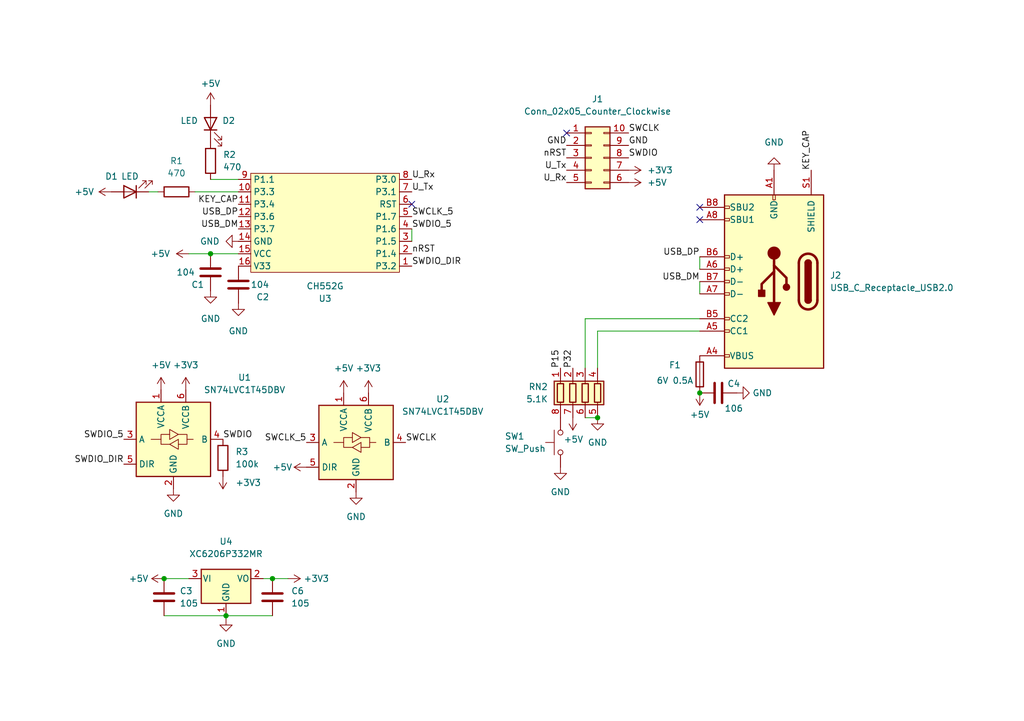
<source format=kicad_sch>
(kicad_sch (version 20211123) (generator eeschema)
  (paper "A5")
  (title_block (title "Daplink_CH552") (date "2022-07-05") (rev "V1.1") (company "Chi") (comment 1 "不再次烧录：RN2、SW1、C4、Q1可以不焊"))
  (lib_symbols
    (symbol "Connector:USB_C_Receptacle_USB2.0" (pin_names (offset 1.016))
      (property "Reference" "J" (at -10.16 19.05 0))
      (property "Value" "USB_C_Receptacle_USB2.0" (at 19.05 19.05 0))
      (symbol "USB_C_Receptacle_USB2.0_0_0"
        (rectangle (start -0.254 -17.78) (end 0.254 -16.764))
        (rectangle (start 10.16 -14.986) (end 9.144 -15.494))
        (rectangle (start 10.16 -12.446) (end 9.144 -12.954))
        (rectangle (start 10.16 -4.826) (end 9.144 -5.334))
        (rectangle (start 10.16 -2.286) (end 9.144 -2.794))
        (rectangle (start 10.16 0.254) (end 9.144 -0.254))
        (rectangle (start 10.16 2.794) (end 9.144 2.286))
        (rectangle (start 10.16 7.874) (end 9.144 7.366))
        (rectangle (start 10.16 10.414) (end 9.144 9.906))
        (rectangle (start 10.16 15.494) (end 9.144 14.986))
      )
      (symbol "USB_C_Receptacle_USB2.0_0_1"
        (rectangle (start -10.16 17.78) (end 10.16 -17.78) (stroke (width 0.254)) (fill (type background)))
        (arc (start -8.89 -3.81) (mid -6.985 -5.715) (end -5.08 -3.81) (stroke (width 0.508)))
        (arc (start -7.62 -3.81) (mid -6.985 -4.445) (end -6.35 -3.81) (stroke (width 0.254)))
        (arc (start -7.62 -3.81) (mid -6.985 -4.445) (end -6.35 -3.81) (stroke (width 0.254)) (fill (type outline)))
        (rectangle (start -7.62 -3.81) (end -6.35 3.81) (stroke (width 0.254)) (fill (type outline)))
        (arc (start -6.35 3.81) (mid -6.985 4.445) (end -7.62 3.81) (stroke (width 0.254)))
        (arc (start -6.35 3.81) (mid -6.985 4.445) (end -7.62 3.81) (stroke (width 0.254)) (fill (type outline)))
        (arc (start -5.08 3.81) (mid -6.985 5.715) (end -8.89 3.81) (stroke (width 0.508)))
        (circle (center -2.54 1.143) (radius 0.635) (stroke (width 0.254)) (fill (type outline)))
        (circle (center 0 -5.842) (radius 1.27) (fill (type outline)))
        (polyline (pts (xy -8.89 -3.81) (xy -8.89 3.81)) (stroke (width 0.508)))
        (polyline (pts (xy -5.08 3.81) (xy -5.08 -3.81)) (stroke (width 0.508)))
        (polyline (pts (xy 0 -5.842) (xy 0 4.318)) (stroke (width 0.508)))
        (polyline (pts (xy 0 -3.302) (xy -2.54 -0.762) (xy -2.54 0.508)) (stroke (width 0.508)))
        (polyline (pts (xy 0 -2.032) (xy 2.54 0.508) (xy 2.54 1.778)) (stroke (width 0.508)))
        (polyline (pts (xy -1.27 4.318) (xy 0 6.858) (xy 1.27 4.318) (xy -1.27 4.318)) (stroke (width 0.254)) (fill (type outline)))
        (rectangle (start 1.905 1.778) (end 3.175 3.048) (stroke (width 0.254)) (fill (type outline)))
      )
      (symbol "USB_C_Receptacle_USB2.0_1_1"
        (pin passive line (at 0 -22.86 90) (length 5.08) (name "GND") (number "A1"))
        (pin passive line (at 0 -22.86 90) (length 5.08) hide (name "GND") (number "A12"))
        (pin passive line (at 15.24 15.24 180) (length 5.08) (name "VBUS") (number "A4"))
        (pin bidirectional line (at 15.24 10.16 180) (length 5.08) (name "CC1") (number "A5"))
        (pin bidirectional line (at 15.24 -2.54 180) (length 5.08) (name "D+") (number "A6"))
        (pin bidirectional line (at 15.24 2.54 180) (length 5.08) (name "D-") (number "A7"))
        (pin bidirectional line (at 15.24 -12.7 180) (length 5.08) (name "SBU1") (number "A8"))
        (pin passive line (at 15.24 15.24 180) (length 5.08) hide (name "VBUS") (number "A9"))
        (pin passive line (at 0 -22.86 90) (length 5.08) hide (name "GND") (number "B1"))
        (pin passive line (at 0 -22.86 90) (length 5.08) hide (name "GND") (number "B12"))
        (pin passive line (at 15.24 15.24 180) (length 5.08) hide (name "VBUS") (number "B4"))
        (pin bidirectional line (at 15.24 7.62 180) (length 5.08) (name "CC2") (number "B5"))
        (pin bidirectional line (at 15.24 -5.08 180) (length 5.08) (name "D+") (number "B6"))
        (pin bidirectional line (at 15.24 0 180) (length 5.08) (name "D-") (number "B7"))
        (pin bidirectional line (at 15.24 -15.24 180) (length 5.08) (name "SBU2") (number "B8"))
        (pin passive line (at 15.24 15.24 180) (length 5.08) hide (name "VBUS") (number "B9"))
        (pin passive line (at -7.62 -22.86 90) (length 5.08) (name "SHIELD") (number "S1"))
      )
    )
    (symbol "Connector_Generic:Conn_02x05_Counter_Clockwise" (pin_names (offset 1.016) hide)
      (property "Reference" "J" (at 1.27 7.62 0))
      (property "Value" "Conn_02x05_Counter_Clockwise" (at 1.27 -7.62 0))
      (symbol "Conn_02x05_Counter_Clockwise_1_1"
        (rectangle (start -1.27 -4.953) (end 0 -5.207) (stroke (width 0.1524)))
        (rectangle (start -1.27 -2.413) (end 0 -2.667) (stroke (width 0.1524)))
        (rectangle (start -1.27 0.127) (end 0 -0.127) (stroke (width 0.1524)))
        (rectangle (start -1.27 2.667) (end 0 2.413) (stroke (width 0.1524)))
        (rectangle (start -1.27 5.207) (end 0 4.953) (stroke (width 0.1524)))
        (rectangle (start -1.27 6.35) (end 3.81 -6.35) (stroke (width 0.254)) (fill (type background)))
        (rectangle (start 3.81 -4.953) (end 2.54 -5.207) (stroke (width 0.1524)))
        (rectangle (start 3.81 -2.413) (end 2.54 -2.667) (stroke (width 0.1524)))
        (rectangle (start 3.81 0.127) (end 2.54 -0.127) (stroke (width 0.1524)))
        (rectangle (start 3.81 2.667) (end 2.54 2.413) (stroke (width 0.1524)))
        (rectangle (start 3.81 5.207) (end 2.54 4.953) (stroke (width 0.1524)))
        (pin passive line (at -5.08 5.08 0) (length 3.81) (name "Pin_1") (number "1"))
        (pin passive line (at 7.62 5.08 180) (length 3.81) (name "Pin_10") (number "10"))
        (pin passive line (at -5.08 2.54 0) (length 3.81) (name "Pin_2") (number "2"))
        (pin passive line (at -5.08 0 0) (length 3.81) (name "Pin_3") (number "3"))
        (pin passive line (at -5.08 -2.54 0) (length 3.81) (name "Pin_4") (number "4"))
        (pin passive line (at -5.08 -5.08 0) (length 3.81) (name "Pin_5") (number "5"))
        (pin passive line (at 7.62 -5.08 180) (length 3.81) (name "Pin_6") (number "6"))
        (pin passive line (at 7.62 -2.54 180) (length 3.81) (name "Pin_7") (number "7"))
        (pin passive line (at 7.62 0 180) (length 3.81) (name "Pin_8") (number "8"))
        (pin passive line (at 7.62 2.54 180) (length 3.81) (name "Pin_9") (number "9"))
      )
    )
    (symbol "Device:C" (pin_numbers hide) (pin_names (offset 0.254))
      (property "Reference" "C" (at 0.635 2.54 0))
      (property "Value" "C" (at 0.635 -2.54 0))
      (symbol "C_0_1"
        (polyline (pts (xy -2.032 -0.762) (xy 2.032 -0.762)) (stroke (width 0.508)))
        (polyline (pts (xy -2.032 0.762) (xy 2.032 0.762)) (stroke (width 0.508)))
      )
      (symbol "C_1_1"
        (pin passive line (at 0 3.81 270) (length 2.794) (name "~") (number "1"))
        (pin passive line (at 0 -3.81 90) (length 2.794) (name "~") (number "2"))
      )
    )
    (symbol "Device:Fuse" (pin_numbers hide) (pin_names (offset 0))
      (property "Reference" "F" (at 2.032 0 90))
      (property "Value" "Fuse" (at -1.905 0 90))
      (symbol "Fuse_0_1"
        (rectangle (start -0.762 -2.54) (end 0.762 2.54) (stroke (width 0.254)))
        (polyline (pts (xy 0 2.54) (xy 0 -2.54)))
      )
      (symbol "Fuse_1_1"
        (pin passive line (at 0 3.81 270) (length 1.27) (name "~") (number "1"))
        (pin passive line (at 0 -3.81 90) (length 1.27) (name "~") (number "2"))
      )
    )
    (symbol "Device:LED" (pin_numbers hide) (pin_names (offset 1.016) hide)
      (property "Reference" "D" (at 0 2.54 0))
      (property "Value" "LED" (at 0 -2.54 0))
      (symbol "LED_0_1"
        (polyline (pts (xy -1.27 -1.27) (xy -1.27 1.27)) (stroke (width 0.254)))
        (polyline (pts (xy -1.27 0) (xy 1.27 0)))
        (polyline (pts (xy 1.27 -1.27) (xy 1.27 1.27) (xy -1.27 0) (xy 1.27 -1.27)) (stroke (width 0.254)))
        (polyline (pts (xy -3.048 -0.762) (xy -4.572 -2.286) (xy -3.81 -2.286) (xy -4.572 -2.286) (xy -4.572 -1.524)))
        (polyline (pts (xy -1.778 -0.762) (xy -3.302 -2.286) (xy -2.54 -2.286) (xy -3.302 -2.286) (xy -3.302 -1.524)))
      )
      (symbol "LED_1_1"
        (pin passive line (at -3.81 0 0) (length 2.54) (name "K") (number "1"))
        (pin passive line (at 3.81 0 180) (length 2.54) (name "A") (number "2"))
      )
    )
    (symbol "Device:R" (pin_numbers hide) (pin_names (offset 0))
      (property "Reference" "R" (at 2.032 0 90))
      (property "Value" "R" (at 0 0 90))
      (symbol "R_0_1"
        (rectangle (start -1.016 -2.54) (end 1.016 2.54) (stroke (width 0.254)))
      )
      (symbol "R_1_1"
        (pin passive line (at 0 3.81 270) (length 1.27) (name "~") (number "1"))
        (pin passive line (at 0 -3.81 90) (length 1.27) (name "~") (number "2"))
      )
    )
    (symbol "Device:R_Pack04" (pin_names (offset 0) hide)
      (property "Reference" "RN" (at -7.62 0 90))
      (property "Value" "R_Pack04" (at 5.08 0 90))
      (symbol "R_Pack04_0_1"
        (rectangle (start -6.35 -2.413) (end 3.81 2.413) (stroke (width 0.254)) (fill (type background)))
        (rectangle (start -5.715 1.905) (end -4.445 -1.905) (stroke (width 0.254)))
        (rectangle (start -3.175 1.905) (end -1.905 -1.905) (stroke (width 0.254)))
        (rectangle (start -0.635 1.905) (end 0.635 -1.905) (stroke (width 0.254)))
        (polyline (pts (xy -5.08 -2.54) (xy -5.08 -1.905)))
        (polyline (pts (xy -5.08 1.905) (xy -5.08 2.54)))
        (polyline (pts (xy -2.54 -2.54) (xy -2.54 -1.905)))
        (polyline (pts (xy -2.54 1.905) (xy -2.54 2.54)))
        (polyline (pts (xy 0 -2.54) (xy 0 -1.905)))
        (polyline (pts (xy 0 1.905) (xy 0 2.54)))
        (polyline (pts (xy 2.54 -2.54) (xy 2.54 -1.905)))
        (polyline (pts (xy 2.54 1.905) (xy 2.54 2.54)))
        (rectangle (start 1.905 1.905) (end 3.175 -1.905) (stroke (width 0.254)))
      )
      (symbol "R_Pack04_1_1"
        (pin passive line (at -5.08 -5.08 90) (length 2.54) (name "R1.1") (number "1"))
        (pin passive line (at -2.54 -5.08 90) (length 2.54) (name "R2.1") (number "2"))
        (pin passive line (at 0 -5.08 90) (length 2.54) (name "R3.1") (number "3"))
        (pin passive line (at 2.54 -5.08 90) (length 2.54) (name "R4.1") (number "4"))
        (pin passive line (at 2.54 5.08 270) (length 2.54) (name "R4.2") (number "5"))
        (pin passive line (at 0 5.08 270) (length 2.54) (name "R3.2") (number "6"))
        (pin passive line (at -2.54 5.08 270) (length 2.54) (name "R2.2") (number "7"))
        (pin passive line (at -5.08 5.08 270) (length 2.54) (name "R1.2") (number "8"))
      )
    )
    (symbol "KiCad库:CH552G"
      (property "Reference" "U" (at 3.81 0 0))
      (property "Value" "CH552G" (at -3.81 0 0))
      (symbol "CH552G_0_1"
        (rectangle (start -16.51 -1.27) (end 13.97 -21.59) (fill (type background)))
      )
      (symbol "CH552G_1_1"
        (pin bidirectional line (at -19.05 -2.54 0) (length 2.54) (name "P3.2") (number "1"))
        (pin bidirectional line (at 16.51 -17.78 180) (length 2.54) (name "P3.3") (number "10"))
        (pin bidirectional line (at 16.51 -15.24 180) (length 2.54) (name "P3.4") (number "11"))
        (pin bidirectional line (at 16.51 -12.7 180) (length 2.54) (name "P3.6") (number "12"))
        (pin bidirectional line (at 16.51 -10.16 180) (length 2.54) (name "P3.7") (number "13"))
        (pin power_in line (at 16.51 -7.62 180) (length 2.54) (name "GND") (number "14"))
        (pin power_in line (at 16.51 -5.08 180) (length 2.54) (name "VCC") (number "15"))
        (pin passive line (at 16.51 -2.54 180) (length 2.54) (name "V33") (number "16"))
        (pin bidirectional line (at -19.05 -5.08 0) (length 2.54) (name "P1.4") (number "2"))
        (pin bidirectional line (at -19.05 -7.62 0) (length 2.54) (name "P1.5") (number "3"))
        (pin bidirectional line (at -19.05 -10.16 0) (length 2.54) (name "P1.6") (number "4"))
        (pin bidirectional line (at -19.05 -12.7 0) (length 2.54) (name "P1.7") (number "5"))
        (pin output line (at -19.05 -15.24 0) (length 2.54) (name "RST") (number "6"))
        (pin bidirectional line (at -19.05 -17.78 0) (length 2.54) (name "P3.1") (number "7"))
        (pin bidirectional line (at -19.05 -20.32 0) (length 2.54) (name "P3.0") (number "8"))
        (pin bidirectional line (at 16.51 -20.32 180) (length 2.54) (name "P1.1") (number "9"))
      )
    )
    (symbol "Logic_LevelTranslator:SN74LVC1T45DBV"
      (property "Reference" "U" (at -6.35 8.89 0))
      (property "Value" "SN74LVC1T45DBV" (at 3.81 8.89 0))
      (symbol "SN74LVC1T45DBV_0_1"
        (rectangle (start -7.62 7.62) (end 7.62 -7.62) (stroke (width 0.254)) (fill (type background)))
        (polyline (pts (xy -2.54 0) (xy -2.54 1.016) (xy -0.762 1.016)))
        (polyline (pts (xy 2.794 0) (xy 2.794 -1.016) (xy 1.016 -1.016)))
        (polyline (pts (xy -0.762 -1.016) (xy -2.54 -1.016) (xy -2.54 0) (xy -4.572 0)))
        (polyline (pts (xy -0.762 0) (xy -0.762 2.032) (xy 1.016 1.016) (xy -0.762 0)))
        (polyline (pts (xy 1.016 1.016) (xy 2.794 1.016) (xy 2.794 0) (xy 4.064 0)))
        (polyline (pts (xy 1.016 0) (xy 1.016 -1.778) (xy 1.016 -2.032) (xy -0.762 -1.016) (xy 1.016 0)))
      )
      (symbol "SN74LVC1T45DBV_1_1"
        (pin power_in line (at -2.54 10.16 270) (length 2.54) (name "VCCA") (number "1"))
        (pin power_in line (at 0 -10.16 90) (length 2.54) (name "GND") (number "2"))
        (pin bidirectional line (at -10.16 0 0) (length 2.54) (name "A") (number "3"))
        (pin bidirectional line (at 10.16 0 180) (length 2.54) (name "B") (number "4"))
        (pin input line (at -10.16 -5.08 0) (length 2.54) (name "DIR") (number "5"))
        (pin power_in line (at 2.54 10.16 270) (length 2.54) (name "VCCB") (number "6"))
      )
    )
    (symbol "Regulator_Linear:XC6206PxxxMR" (pin_names (offset 0.254))
      (property "Reference" "U" (at -3.81 3.175 0))
      (property "Value" "XC6206PxxxMR" (at 0 3.175 0))
      (symbol "XC6206PxxxMR_0_1"
        (rectangle (start -5.08 1.905) (end 5.08 -5.08) (stroke (width 0.254)) (fill (type background)))
      )
      (symbol "XC6206PxxxMR_1_1"
        (pin power_in line (at 0 -7.62 90) (length 2.54) (name "GND") (number "1"))
        (pin power_out line (at 7.62 0 180) (length 2.54) (name "VO") (number "2"))
        (pin power_in line (at -7.62 0 0) (length 2.54) (name "VI") (number "3"))
      )
    )
    (symbol "Switch:SW_Push" (pin_numbers hide) (pin_names (offset 1.016) hide)
      (property "Reference" "SW" (at 1.27 2.54 0))
      (property "Value" "SW_Push" (at 0 -1.524 0))
      (symbol "SW_Push_0_1"
        (circle (center -2.032 0) (radius 0.508))
        (polyline (pts (xy 0 1.27) (xy 0 3.048)))
        (polyline (pts (xy 2.54 1.27) (xy -2.54 1.27)))
        (circle (center 2.032 0) (radius 0.508))
        (pin passive line (at -5.08 0 0) (length 2.54) (name "1") (number "1"))
        (pin passive line (at 5.08 0 180) (length 2.54) (name "2") (number "2"))
      )
    )
    (symbol "power:+3V3" (power) (pin_names (offset 0))
      (property "Value" "+3V3" (at 0 3.556 0))
      (symbol "+3V3_0_1"
        (polyline (pts (xy -0.762 1.27) (xy 0 2.54)))
        (polyline (pts (xy 0 0) (xy 0 2.54)))
        (polyline (pts (xy 0 2.54) (xy 0.762 1.27)))
      )
      (symbol "+3V3_1_1"
        (pin power_in line (at 0 0 90) (length 0) hide (name "+3V3") (number "1"))
      )
    )
    (symbol "power:+5V" (power) (pin_names (offset 0))
      (property "Value" "+5V" (at 0 3.556 0))
      (symbol "+5V_0_1"
        (polyline (pts (xy -0.762 1.27) (xy 0 2.54)))
        (polyline (pts (xy 0 0) (xy 0 2.54)))
        (polyline (pts (xy 0 2.54) (xy 0.762 1.27)))
      )
      (symbol "+5V_1_1"
        (pin power_in line (at 0 0 90) (length 0) hide (name "+5V") (number "1"))
      )
    )
    (symbol "power:GND" (power) (pin_names (offset 0))
      (property "Value" "GND" (at 0 -3.81 0))
      (symbol "GND_0_1"
        (polyline (pts (xy 0 0) (xy 0 -1.27) (xy 1.27 -1.27) (xy 0 -2.54) (xy -1.27 -1.27) (xy 0 -1.27)))
      )
      (symbol "GND_1_1"
        (pin power_in line (at 0 0 270) (length 0) hide (name "GND") (number "1"))
      )
    )
  )
  (junction (at 46.355 126.365))
  (junction (at 43.18 52.07))
  (junction (at 33.655 118.745))
  (junction (at 143.51 80.645))
  (junction (at 55.88 118.745))
  (junction (at 122.555 85.725))
  (no_connect (at 143.51 42.545))
  (no_connect (at 143.51 45.085))
  (no_connect (at 116.205 27.305))
  (no_connect (at 84.455 41.91))
  (wire (pts (xy 120.015 85.725) (xy 122.555 85.725)))
  (wire (pts (xy 38.735 52.07) (xy 43.18 52.07)))
  (wire (pts (xy 40.005 39.37) (xy 48.895 39.37)))
  (wire (pts (xy 55.88 118.745) (xy 59.055 118.745)))
  (wire (pts (xy 46.355 126.365) (xy 55.88 126.365)))
  (wire (pts (xy 53.975 118.745) (xy 55.88 118.745)))
  (wire (pts (xy 30.48 39.37) (xy 32.385 39.37)))
  (wire (pts (xy 143.51 57.785) (xy 143.51 60.325)))
  (wire (pts (xy 48.895 36.83) (xy 43.18 36.83)))
  (wire (pts (xy 122.555 67.945) (xy 122.555 75.565)))
  (wire (pts (xy 143.51 65.405) (xy 120.015 65.405)))
  (wire (pts (xy 120.015 65.405) (xy 120.015 75.565)))
  (wire (pts (xy 143.51 67.945) (xy 122.555 67.945)))
  (wire (pts (xy 33.655 126.365) (xy 46.355 126.365)))
  (wire (pts (xy 33.655 118.745) (xy 38.735 118.745)))
  (wire (pts (xy 143.51 52.705) (xy 143.51 55.245)))
  (wire (pts (xy 46.355 127) (xy 46.355 126.365)))
  (wire (pts (xy 84.455 49.53) (xy 84.455 46.99)))
  (wire (pts (xy 48.895 52.07) (xy 43.18 52.07)))
  (label "SWCLK_5" (at 84.455 44.45 0))
  (label "SWDIO_DIR" (at 84.455 54.61 0))
  (label "U_Rx" (at 84.455 36.83 0))
  (label "P15" (at 114.935 75.565 90))
  (label "SWDIO" (at 45.72 90.17 0))
  (label "P32" (at 117.475 75.565 90))
  (label "nRST" (at 116.205 32.385 180))
  (label "nRST" (at 84.455 52.07 0))
  (label "USB_DP" (at 48.895 44.45 180))
  (label "SWDIO" (at 128.905 32.385 0))
  (label "GND" (at 128.905 29.845 0))
  (label "KEY_CAP" (at 166.37 34.925 90))
  (label "U_Tx" (at 84.455 39.37 0))
  (label "SWCLK_5" (at 62.865 90.805 180))
  (label "SWDIO_DIR" (at 25.4 95.25 180))
  (label "USB_DM" (at 143.51 57.785 180))
  (label "USB_DP" (at 143.51 52.705 180))
  (label "GND" (at 116.205 29.845 180))
  (label "SWCLK" (at 128.905 27.305 0))
  (label "U_Tx" (at 116.205 34.925 180))
  (label "U_Rx" (at 116.205 37.465 180))
  (label "SWDIO_5" (at 84.455 46.99 0))
  (label "USB_DM" (at 48.895 46.99 180))
  (label "KEY_CAP" (at 48.895 41.91 180))
  (label "SWDIO_5" (at 25.4 90.17 180))
  (label "SWCLK" (at 83.185 90.805 0))
  (symbol (lib_id "power:+5V") (at 33.02 80.01 0) (unit 1)
    (property "Reference" "#PWR01" (effects hide))
    (property "Value" "+5V" (at 33.02 74.93 0))
  )
  (symbol (lib_id "power:GND") (at 114.935 95.885 0) (unit 1)
    (property "Reference" "#PWR014" (effects hide))
    (property "Value" "GND" (at 114.935 100.965 0))
  )
  (symbol (lib_id "power:+5V") (at 33.655 118.745 90) (unit 1)
    (property "Reference" "#PWR016" (effects hide))
    (property "Value" "+5V" (at 30.48 118.7449 90) (effects (justify left)))
  )
  (symbol (lib_id "Regulator_Linear:XC6206PxxxMR") (at 46.355 118.745 0) (unit 1)
    (property "Reference" "U4" (at 46.355 111.125 0))
    (property "Value" "XC6206P332MR" (at 46.355 113.665 0))
    (property "Footprint" "Package_TO_SOT_SMD:SOT-23" (effects hide))
    (property "Datasheet" "https://www.torexsemi.com/file/xc6206/XC6206.pdf" (effects hide))
  )
  (symbol (lib_id "power:GND") (at 151.13 80.645 90) (unit 1)
    (property "Reference" "#PWR019" (effects hide))
    (property "Value" "GND" (at 154.305 80.6449 90) (effects (justify right)))
  )
  (symbol (lib_id "power:+3V3") (at 38.1 80.01 0) (unit 1)
    (property "Reference" "#PWR03" (effects hide))
    (property "Value" "+3V3" (at 38.1 74.93 0))
  )
  (symbol (lib_id "power:+5V") (at 117.475 85.725 180) (unit 1)
    (property "Reference" "#PWR0101" (effects hide))
    (property "Value" "+5V" (at 115.57 90.17 0) (effects (justify right)))
  )
  (symbol (lib_id "Connector:USB_C_Receptacle_USB2.0") (at 158.75 57.785 180) (unit 1)
    (property "Reference" "J2" (at 170.18 56.5149 0) (effects (justify right)))
    (property "Value" "USB_C_Receptacle_USB2.0" (at 170.18 59.0549 0) (effects (justify right)))
    (property "Footprint" "Connector_USB:USB_C_Receptacle_HRO_TYPE-C-31-M-12" (effects hide))
    (property "Datasheet" "https://www.usb.org/sites/default/files/documents/usb_type-c.zip" (effects hide))
  )
  (symbol (lib_id "Device:R") (at 45.72 93.98 0) (unit 1)
    (property "Reference" "R3" (at 48.26 92.7099 0) (effects (justify left)))
    (property "Value" "100k" (at 48.26 95.2499 0) (effects (justify left)))
    (property "Footprint" "Resistor_SMD:R_0603_1608Metric" (effects hide))
  )
  (symbol (lib_id "power:+5V") (at 70.485 80.645 0) (unit 1)
    (property "Reference" "#PWR05" (effects hide))
    (property "Value" "+5V" (at 70.485 75.565 0))
  )
  (symbol (lib_id "Connector_Generic:Conn_02x05_Counter_Clockwise") (at 121.285 32.385 0) (unit 1)
    (property "Reference" "J1" (at 122.555 20.32 0))
    (property "Value" "Conn_02x05_Counter_Clockwise" (at 122.555 22.86 0))
    (property "Footprint" "KiCad库:Connector_2.54mm_2_5P_SMD" (effects hide))
  )
  (symbol (lib_id "Device:C") (at 147.32 80.645 90) (unit 1)
    (property "Reference" "C4" (at 150.495 78.74 90))
    (property "Value" "106" (at 150.495 83.82 90))
    (property "Footprint" "Capacitor_SMD:C_0805_2012Metric" (effects hide))
  )
  (symbol (lib_id "Device:R") (at 36.195 39.37 90) (unit 1)
    (property "Reference" "R1" (at 36.195 33.02 90))
    (property "Value" "470" (at 36.195 35.56 90))
    (property "Footprint" "Resistor_SMD:R_0603_1608Metric" (effects hide))
  )
  (symbol (lib_id "power:GND") (at 46.355 127 0) (unit 1)
    (property "Reference" "#PWR018" (effects hide))
    (property "Value" "GND" (at 46.355 132.08 0))
  )
  (symbol (lib_id "power:GND") (at 48.895 49.53 270) (unit 1)
    (property "Reference" "#PWR09" (effects hide))
    (property "Value" "GND" (at 45.085 49.5301 90) (effects (justify right)))
  )
  (symbol (lib_id "Device:R") (at 43.18 33.02 180) (unit 1)
    (property "Reference" "R2" (at 45.72 31.7499 0) (effects (justify right)))
    (property "Value" "470" (at 45.72 34.2899 0) (effects (justify right)))
    (property "Footprint" "Resistor_SMD:R_0603_1608Metric" (effects hide))
  )
  (symbol (lib_id "Device:LED") (at 26.67 39.37 180) (unit 1)
    (property "Reference" "D1" (at 22.86 36.195 0))
    (property "Value" "LED" (at 26.67 36.195 0))
    (property "Footprint" "LED_SMD:LED_0603_1608Metric" (effects hide))
  )
  (symbol (lib_id "Device:C") (at 55.88 122.555 180) (unit 1)
    (property "Reference" "C6" (at 59.69 121.2849 0) (effects (justify right)))
    (property "Value" "105" (at 59.69 123.8249 0) (effects (justify right)))
    (property "Footprint" "Capacitor_SMD:C_0603_1608Metric" (effects hide))
  )
  (symbol (lib_id "Device:C") (at 48.895 58.42 180) (unit 1)
    (property "Reference" "C2" (at 55.245 60.96 0) (effects (justify left)))
    (property "Value" "104" (at 55.245 58.42 0) (effects (justify left)))
    (property "Footprint" "Capacitor_SMD:C_0603_1608Metric" (effects hide))
  )
  (symbol (lib_id "Logic_LevelTranslator:SN74LVC1T45DBV") (at 35.56 90.17 0) (unit 1)
    (property "Reference" "U1" (at 50.165 77.47 0))
    (property "Value" "SN74LVC1T45DBV" (at 50.165 80.01 0))
    (property "Footprint" "Package_TO_SOT_SMD:SOT-23-6" (effects hide))
    (property "Datasheet" "http://www.ti.com/lit/ds/symlink/sn74lvc1t45.pdf" (effects hide))
  )
  (symbol (lib_id "power:GND") (at 73.025 100.965 0) (unit 1)
    (property "Reference" "#PWR06" (effects hide))
    (property "Value" "GND" (at 73.025 106.045 0))
  )
  (symbol (lib_id "power:+5V") (at 143.51 80.645 180) (unit 1)
    (property "Reference" "#PWR017" (effects hide))
    (property "Value" "+5V" (at 143.51 85.09 0))
  )
  (symbol (lib_id "power:+3V3") (at 128.905 34.925 270) (unit 1)
    (property "Reference" "#PWR0102" (effects hide))
    (property "Value" "+3V3" (at 132.715 34.9249 90) (effects (justify left)))
  )
  (symbol (lib_id "KiCad库:CH552G") (at 65.405 57.15 180) (unit 1)
    (property "Reference" "U3" (at 66.675 61.2648 0))
    (property "Value" "CH552G" (at 66.675 58.7248 0))
    (property "Footprint" "Package_SO:SOP-16_3.9x9.9mm_P1.27mm" (effects hide))
  )
  (symbol (lib_id "power:+5V") (at 62.865 95.885 90) (unit 1)
    (property "Reference" "#PWR0104" (effects hide))
    (property "Value" "+5V" (at 55.88 95.885 90) (effects (justify right)))
  )
  (symbol (lib_id "power:GND") (at 122.555 85.725 0) (unit 1)
    (property "Reference" "#PWR015" (effects hide))
    (property "Value" "GND" (at 122.555 90.805 0))
  )
  (symbol (lib_id "power:GND") (at 43.18 59.69 0) (unit 1)
    (property "Reference" "#PWR010" (effects hide))
    (property "Value" "GND" (at 43.18 65.405 0))
  )
  (symbol (lib_id "power:+5V") (at 43.18 21.59 0) (unit 1)
    (property "Reference" "#PWR011" (effects hide))
    (property "Value" "+5V" (at 43.18 17.145 0))
  )
  (symbol (lib_id "Device:R_Pack04") (at 120.015 80.645 0) (mirror x) (unit 1)
    (property "Reference" "RN2" (at 112.395 79.3749 0) (effects (justify right)))
    (property "Value" "5.1K" (at 112.395 81.9149 0) (effects (justify right)))
    (property "Footprint" "Resistor_SMD:R_Array_Concave_4x0603" (effects hide))
  )
  (symbol (lib_id "Device:C") (at 43.18 55.88 0) (unit 1)
    (property "Reference" "C1" (at 41.91 58.42 0) (effects (justify right)))
    (property "Value" "104" (at 40.005 55.88 0) (effects (justify right)))
    (property "Footprint" "Capacitor_SMD:C_0603_1608Metric" (effects hide))
  )
  (symbol (lib_id "Device:C") (at 33.655 122.555 180) (unit 1)
    (property "Reference" "C3" (at 36.83 121.2849 0) (effects (justify right)))
    (property "Value" "105" (at 36.83 123.8249 0) (effects (justify right)))
    (property "Footprint" "Capacitor_SMD:C_0603_1608Metric" (effects hide))
  )
  (symbol (lib_id "power:GND") (at 158.75 34.925 180) (unit 1)
    (property "Reference" "#PWR020" (effects hide))
    (property "Value" "GND" (at 158.75 29.21 0))
  )
  (symbol (lib_id "power:+3V3") (at 45.72 97.79 180) (unit 1)
    (property "Reference" "#PWR013" (effects hide))
    (property "Value" "+3V3" (at 48.26 99.0599 0) (effects (justify right)))
  )
  (symbol (lib_id "power:+5V") (at 22.86 39.37 90) (unit 1)
    (property "Reference" "#PWR04" (effects hide))
    (property "Value" "+5V" (at 15.24 39.37 90) (effects (justify right)))
  )
  (symbol (lib_id "Device:Fuse") (at 143.51 76.835 0) (unit 1)
    (property "Reference" "F1" (at 137.16 74.93 0) (effects (justify left)))
    (property "Value" "6V 0.5A" (at 134.62 78.105 0) (effects (justify left)))
    (property "Footprint" "Fuse:Fuse_0603_1608Metric" (effects hide))
  )
  (symbol (lib_id "Device:LED") (at 43.18 25.4 90) (unit 1)
    (property "Reference" "D2" (at 48.26 24.765 90) (effects (justify left)))
    (property "Value" "LED" (at 40.64 24.765 90) (effects (justify left)))
    (property "Footprint" "LED_SMD:LED_0603_1608Metric" (effects hide))
  )
  (symbol (lib_id "power:+3V3") (at 59.055 118.745 270) (unit 1)
    (property "Reference" "#PWR021" (effects hide))
    (property "Value" "+3V3" (at 62.23 118.7449 90) (effects (justify left)))
  )
  (symbol (lib_id "power:+5V") (at 38.735 52.07 90) (unit 1)
    (property "Reference" "#PWR08" (effects hide))
    (property "Value" "+5V" (at 34.925 52.0701 90) (effects (justify left)))
  )
  (symbol (lib_id "power:+3V3") (at 75.565 80.645 0) (unit 1)
    (property "Reference" "#PWR07" (effects hide))
    (property "Value" "+3V3" (at 75.565 75.565 0))
  )
  (symbol (lib_id "power:GND") (at 48.895 62.23 0) (unit 1)
    (property "Reference" "#PWR012" (effects hide))
    (property "Value" "GND" (at 48.895 67.945 0))
  )
  (symbol (lib_id "power:GND") (at 35.56 100.33 0) (unit 1)
    (property "Reference" "#PWR02" (effects hide))
    (property "Value" "GND" (at 35.56 105.41 0))
  )
  (symbol (lib_id "power:+5V") (at 128.905 37.465 270) (unit 1)
    (property "Reference" "#PWR0103" (effects hide))
    (property "Value" "+5V" (at 132.715 37.4649 90) (effects (justify left)))
  )
  (symbol (lib_id "Switch:SW_Push") (at 114.935 90.805 90) (unit 1)
    (property "Reference" "SW1" (at 103.505 89.535 90) (effects (justify right)))
    (property "Value" "SW_Push" (at 103.505 92.075 90) (effects (justify right)))
    (property "Footprint" "Button_Switch_SMD:SW_SPST_B3U-1000P" (effects hide))
  )
  (symbol (lib_id "Logic_LevelTranslator:SN74LVC1T45DBV") (at 73.025 90.805 0) (unit 1)
    (property "Reference" "U2" (at 90.805 81.915 0))
    (property "Value" "SN74LVC1T45DBV" (at 90.805 84.455 0))
    (property "Footprint" "Package_TO_SOT_SMD:SOT-23-6" (effects hide))
    (property "Datasheet" "http://www.ti.com/lit/ds/symlink/sn74lvc1t45.pdf" (effects hide))
  )
)
</source>
